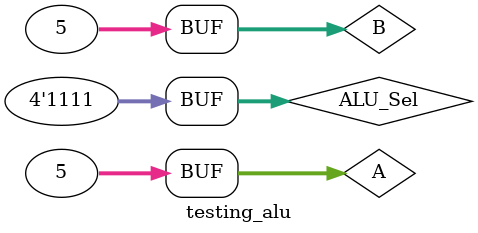
<source format=v>
module testing_alu;
    reg [31:0] A,B;
    reg[3:0] ALU_Sel;
    wire CarryOut,ZeroOut;
    wire [31:0] ALU_Out;
    alu aalu( A,B, ALU_Sel,ALU_Out,CarryOut,ZeroOut);

    initial begin
        A=5;
        B=5;
        ALU_Sel=0;
        #40
        ALU_Sel=ALU_Sel+1;
        #40
        ALU_Sel=ALU_Sel+1;
        #40
        ALU_Sel=ALU_Sel+1;
        #40
        ALU_Sel=ALU_Sel+1;
        #40
        ALU_Sel=ALU_Sel+1;
        #40
        ALU_Sel=ALU_Sel+1;
        #40
        ALU_Sel=ALU_Sel+1;
        #40
        ALU_Sel=ALU_Sel+1;
        #40
        ALU_Sel=ALU_Sel+1;
        #40
        ALU_Sel=ALU_Sel+1;
        #40
        ALU_Sel=ALU_Sel+1;
        #40
        ALU_Sel=ALU_Sel+1;
        #40
        ALU_Sel=ALU_Sel+1;
        #40
        ALU_Sel=ALU_Sel+1;
        #40
        ALU_Sel=ALU_Sel+1;
        
        
    end
endmodule
</source>
